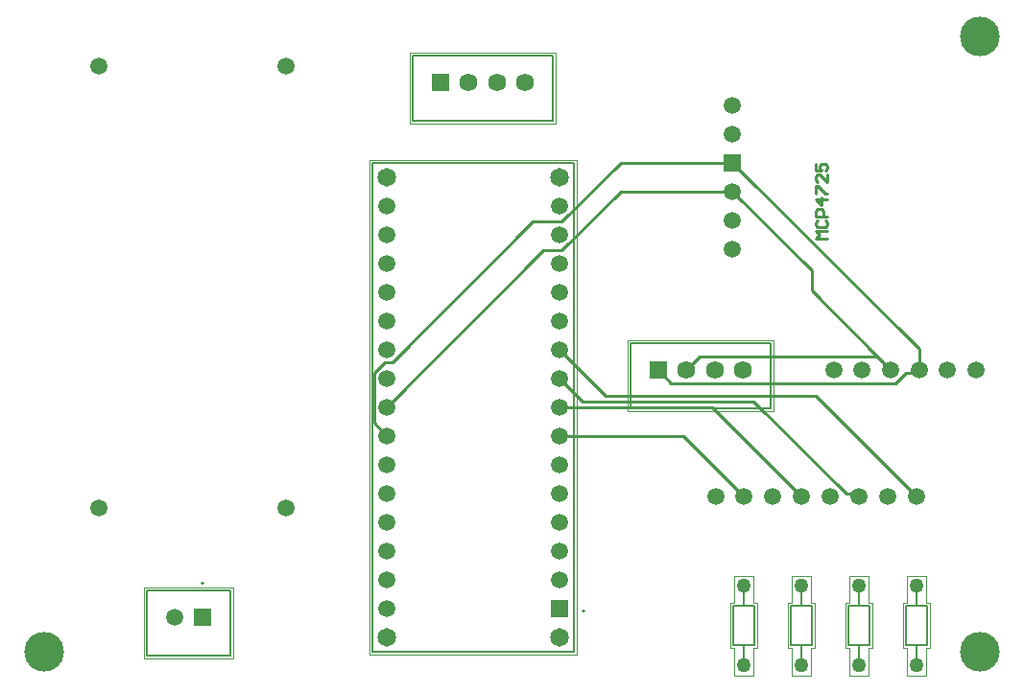
<source format=gbl>
G04*
G04 #@! TF.GenerationSoftware,Altium Limited,Altium Designer,22.5.1 (42)*
G04*
G04 Layer_Physical_Order=2*
G04 Layer_Color=16711680*
%FSLAX42Y42*%
%MOMM*%
G71*
G04*
G04 #@! TF.SameCoordinates,9A8E8AE2-EB4B-44E5-8707-8227BA4DF72F*
G04*
G04*
G04 #@! TF.FilePolarity,Positive*
G04*
G01*
G75*
%ADD10C,0.20*%
%ADD11C,0.25*%
%ADD12C,0.13*%
%ADD13C,0.05*%
%ADD23R,1.52X1.52*%
%ADD24C,1.52*%
%ADD25C,3.50*%
%ADD26C,1.26*%
%ADD27R,1.59X1.59*%
%ADD28C,1.59*%
%ADD29C,1.51*%
%ADD30R,1.51X1.51*%
%ADD31C,1.65*%
D10*
X10475Y3676D02*
G03*
X10475Y3676I-10J0D01*
G01*
X13837Y3432D02*
G03*
X13837Y3432I-10J0D01*
G01*
D11*
X16785Y5563D02*
Y5744D01*
X13474Y6616D02*
X13634D01*
X13380Y6870D02*
X13634D01*
X16142Y4467D02*
X16234D01*
X16256Y4445D01*
X14156Y7137D02*
X15138D01*
X14156Y7391D02*
X15138D01*
X13634Y6870D02*
X14156Y7391D01*
X16418Y5680D02*
X16535Y5563D01*
X16579Y5445D02*
X16673Y5539D01*
X16761D01*
X16785Y5563D01*
X12137Y5627D02*
X13380Y6870D01*
X15837Y6261D02*
X16418Y5680D01*
X14850D02*
X16418D01*
X14600Y5445D02*
X16579D01*
X12090Y5232D02*
X13474Y6616D01*
X15138Y7137D02*
X15837Y6439D01*
X15138Y7391D02*
X16785Y5744D01*
X13614Y5740D02*
X14021Y5334D01*
X15837Y6261D02*
Y6439D01*
X15875Y5334D02*
X16764Y4445D01*
X13634Y6616D02*
X14156Y7137D01*
X12070Y5627D02*
X12137D01*
X14961Y5232D02*
X15748Y4445D01*
X11977Y5092D02*
X12090Y4978D01*
X11977Y5092D02*
Y5533D01*
X15325Y5283D02*
X16142Y4467D01*
X13614Y5232D02*
X14961D01*
X14732Y5563D02*
X14850Y5680D01*
X13614Y4978D02*
X14707D01*
X15240Y4445D01*
X14482Y5563D02*
X14600Y5445D01*
X14021Y5334D02*
X15875D01*
X11977Y5533D02*
X12070Y5627D01*
X13614Y5486D02*
X13818Y5283D01*
X15325D01*
X15977Y6718D02*
X15877D01*
X15910Y6752D01*
X15877Y6785D01*
X15977D01*
X15893Y6885D02*
X15877Y6868D01*
Y6835D01*
X15893Y6818D01*
X15960D01*
X15977Y6835D01*
Y6868D01*
X15960Y6885D01*
X15977Y6918D02*
X15877D01*
Y6968D01*
X15893Y6985D01*
X15927D01*
X15943Y6968D01*
Y6918D01*
X15977Y7068D02*
X15877D01*
X15927Y7018D01*
Y7085D01*
X15877Y7118D02*
Y7185D01*
X15893D01*
X15960Y7118D01*
X15977D01*
Y7285D02*
Y7218D01*
X15910Y7285D01*
X15893D01*
X15877Y7268D01*
Y7235D01*
X15893Y7218D01*
X15877Y7385D02*
Y7318D01*
X15927D01*
X15910Y7351D01*
Y7368D01*
X15927Y7385D01*
X15960D01*
X15977Y7368D01*
Y7335D01*
X15960Y7318D01*
D12*
X16671Y3127D02*
Y3477D01*
X16764D01*
X16857D01*
Y3127D02*
Y3477D01*
X16764Y3127D02*
X16857D01*
X16671D02*
X16764D01*
Y3009D02*
Y3127D01*
Y3477D02*
Y3594D01*
X16163Y3127D02*
Y3477D01*
X16256D01*
X16349D01*
Y3127D02*
Y3477D01*
X16256Y3127D02*
X16349D01*
X16163D02*
X16256D01*
Y3009D02*
Y3127D01*
Y3477D02*
Y3594D01*
X15655Y3127D02*
Y3477D01*
X15748D01*
X15840D01*
Y3127D02*
Y3477D01*
X15748Y3127D02*
X15840D01*
X15655D02*
X15748D01*
Y3009D02*
Y3127D01*
Y3477D02*
Y3594D01*
X14237Y5223D02*
X15477D01*
Y5798D01*
X14237D02*
X15477D01*
X14237Y5223D02*
Y5798D01*
X12317Y7763D02*
X13557D01*
Y8338D01*
X12317D02*
X13557D01*
X12317Y7763D02*
Y8338D01*
X9970Y3613D02*
X10710D01*
X9970Y3038D02*
Y3613D01*
Y3038D02*
X10710D01*
Y3613D01*
X11963Y7391D02*
X13741D01*
X11963Y3073D02*
Y7391D01*
X13741Y3073D02*
Y7391D01*
X11963Y3073D02*
X13741D01*
X15148Y3127D02*
Y3477D01*
X15240D01*
X15332D01*
Y3127D02*
Y3477D01*
X15240Y3127D02*
X15332D01*
X15148D02*
X15240D01*
Y3009D02*
Y3127D01*
Y3477D02*
Y3594D01*
D13*
X16646Y3102D02*
Y3502D01*
X16676D01*
Y3740D01*
X16852D01*
Y3502D02*
Y3740D01*
Y3502D02*
X16882D01*
Y3102D02*
Y3502D01*
X16852Y3102D02*
X16882D01*
X16852Y2864D02*
Y3102D01*
X16676Y2864D02*
X16852D01*
X16676D02*
Y3102D01*
X16646D02*
X16676D01*
X16138D02*
Y3502D01*
X16168D01*
Y3740D01*
X16344D01*
Y3502D02*
Y3740D01*
Y3502D02*
X16374D01*
Y3102D02*
Y3502D01*
X16344Y3102D02*
X16374D01*
X16344Y2864D02*
Y3102D01*
X16168Y2864D02*
X16344D01*
X16168D02*
Y3102D01*
X16138D02*
X16168D01*
X15630D02*
Y3502D01*
X15660D01*
Y3740D01*
X15836D01*
Y3502D02*
Y3740D01*
Y3502D02*
X15865D01*
Y3102D02*
Y3502D01*
X15836Y3102D02*
X15865D01*
X15836Y2864D02*
Y3102D01*
X15660Y2864D02*
X15836D01*
X15660D02*
Y3102D01*
X15630D02*
X15660D01*
X14212Y5823D02*
X15502D01*
Y5198D02*
Y5823D01*
X14212Y5198D02*
X15502D01*
X14212D02*
Y5823D01*
X12292Y8363D02*
X13582D01*
Y7738D02*
Y8363D01*
X12292Y7738D02*
X13582D01*
X12292D02*
Y8363D01*
X9945Y3638D02*
X10735D01*
X9945Y3013D02*
Y3638D01*
Y3013D02*
X10735D01*
Y3638D01*
X13766Y3048D02*
Y7416D01*
X11938D02*
X13766D01*
X11938Y3048D02*
Y7416D01*
Y3048D02*
X13766D01*
X15123Y3102D02*
Y3502D01*
X15152D01*
Y3740D01*
X15328D01*
Y3502D02*
Y3740D01*
Y3502D02*
X15357D01*
Y3102D02*
Y3502D01*
X15328Y3102D02*
X15357D01*
X15328Y2864D02*
Y3102D01*
X15152Y2864D02*
X15328D01*
X15152D02*
Y3102D01*
X15123D02*
X15152D01*
D23*
X15138Y7391D02*
D03*
D24*
Y7137D02*
D03*
Y6883D02*
D03*
Y6629D02*
D03*
Y7645D02*
D03*
Y7899D02*
D03*
X16764Y4445D02*
D03*
X16510D02*
D03*
X16256D02*
D03*
X16002D02*
D03*
X15748D02*
D03*
X15494D02*
D03*
X15240D02*
D03*
X14994D02*
D03*
X17285Y5563D02*
D03*
X17035D02*
D03*
X16785D02*
D03*
X16535D02*
D03*
X16285D02*
D03*
X16035D02*
D03*
X9550Y8243D02*
D03*
X11200Y4343D02*
D03*
X9550D02*
D03*
X11200Y8243D02*
D03*
D25*
X17323Y8509D02*
D03*
X9068Y3073D02*
D03*
X17323D02*
D03*
D26*
X16764Y2952D02*
D03*
Y3652D02*
D03*
X16256Y2952D02*
D03*
Y3652D02*
D03*
X15748Y2952D02*
D03*
Y3652D02*
D03*
X15240Y2952D02*
D03*
Y3652D02*
D03*
D27*
X14482Y5563D02*
D03*
X12562Y8103D02*
D03*
D28*
X14732Y5563D02*
D03*
X14982D02*
D03*
X15232D02*
D03*
X12812Y8103D02*
D03*
X13062D02*
D03*
X13312D02*
D03*
D29*
X10215Y3378D02*
D03*
X12090Y3454D02*
D03*
Y3708D02*
D03*
Y3962D02*
D03*
Y4216D02*
D03*
Y4470D02*
D03*
Y4724D02*
D03*
Y4978D02*
D03*
Y5232D02*
D03*
Y5486D02*
D03*
Y5740D02*
D03*
Y5994D02*
D03*
Y6248D02*
D03*
Y6502D02*
D03*
Y6756D02*
D03*
Y7010D02*
D03*
X13614D02*
D03*
Y6756D02*
D03*
Y6502D02*
D03*
Y6248D02*
D03*
Y5994D02*
D03*
Y5740D02*
D03*
Y5486D02*
D03*
Y5232D02*
D03*
Y4978D02*
D03*
Y4724D02*
D03*
Y4470D02*
D03*
Y4216D02*
D03*
Y3962D02*
D03*
Y3708D02*
D03*
D30*
X10465Y3378D02*
D03*
X13614Y3454D02*
D03*
D31*
X12090Y3200D02*
D03*
X13614D02*
D03*
X12090Y7264D02*
D03*
X13614D02*
D03*
M02*

</source>
